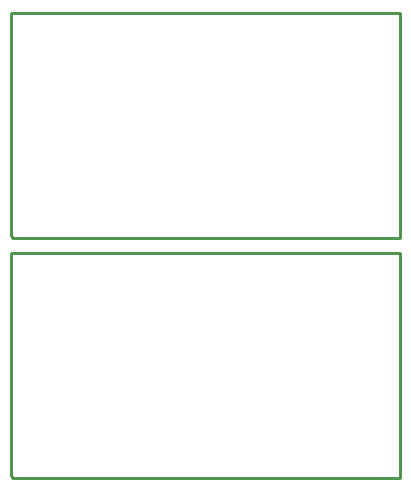
<source format=gko>
%FSLAX44Y44*%
%MOMM*%
G71*
G01*
G75*
%ADD10C,0.2032*%
%ADD11R,1.5000X1.3000*%
%ADD12R,1.3000X1.5000*%
%ADD13R,1.2000X1.8000*%
%ADD14R,3.2000X2.0000*%
%ADD15C,0.7620*%
%ADD16C,0.6350*%
%ADD17C,0.5080*%
%ADD18C,4.0000*%
%ADD19R,1.5000X1.5000*%
%ADD20C,1.5000*%
%ADD21C,0.2554*%
D21*
X864870Y913130D02*
X876300D01*
X864870Y723900D02*
Y913130D01*
Y723900D02*
X866140Y722630D01*
X1193800D01*
Y913130D01*
X876300D02*
X1193800D01*
X876300Y709930D02*
X1193800D01*
Y519430D02*
Y709930D01*
X866140Y519430D02*
X1193800D01*
X864870Y520700D02*
X866140Y519430D01*
X864870Y520700D02*
Y709930D01*
X876300D01*
M02*

</source>
